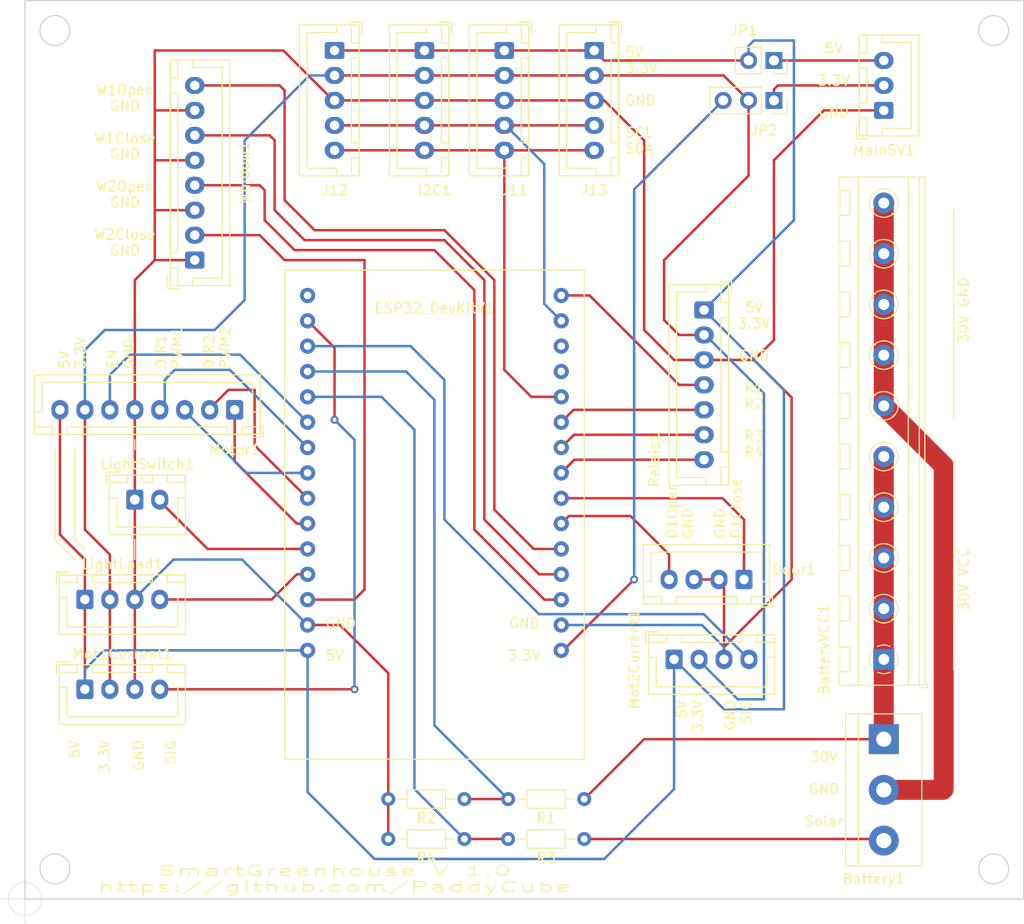
<source format=kicad_pcb>
(kicad_pcb (version 20211014) (generator pcbnew)
  (layers (0 "F.Cu" signal) (31 "B.Cu" signal) (34 "B.Paste" user) (35 "F.Paste" user) (36 "B.SilkS" user "B.Silkscreen") (37 "F.SilkS" user "F.Silkscreen") (38 "B.Mask" user) (39 "F.Mask" user) (44 "Edge.Cuts" user))
  (net 0 "")
  (net 1 "Window1_open")
  (net 2 "GND")
  (net 3 "Window1_closed")
  (net 4 "Window2_open")
  (net 5 "Window2_closed")
  (net 6 "SDA")
  (net 7 "SCL")
  (net 8 "3.3V")
  (net 9 "5V")
  (net 10 "Motor1_DIR")
  (net 11 "Motor1_PWM")
  (net 12 "Motor2_DIR")
  (net 13 "Motor2_PWM")
  (net 14 "Motor1_Current")
  (net 15 "Door_open")
  (net 16 "Relais4")
  (net 17 "Relais3")
  (net 18 "Relais2")
  (net 19 "Relais1")
  (net 20 "Motor2_Current")
  (net 21 "MAIN_GND")
  (net 22 "MAIN_VCC")
  (net 23 "LightSwitch")
  (net 24 "LightTrigger")
  (net 25 "BatterySense")
  (net 26 "SolarSense")
  (net 27 "Door_closed")
  (net 28 "3V_ESP")
  (net 29 "3V_ext")
  (net 30 "MotorEnable")
  (net 31 "Net-(Battery1-Pad3)")
  (net 35 "Net-(JP1-Pad1)")
  (footprint "Connector_JST:JST_XH_B8B-XH-A_1x08_P2.50mm_Vertical" (layer "F.Cu") (at 120 81 90)
    (fp_text reference "Window1" (at 8.75 5 90) (layer "F.SilkS"))
    (fp_text value "Windows")
    (pad "1" thru_hole roundrect locked (at 0 0 90) (size 1.7 1.95) (drill 0.95) (layers *.Cu *.Mask) (roundrect_rratio 0.1470588235) (net 2 "GND"))
    (pad "2" thru_hole oval locked (at 2.5 0 90) (size 1.7 1.95) (drill 0.95) (layers *.Cu *.Mask) (net 5 "Window2_closed"))
    (pad "3" thru_hole oval locked (at 5 0 90) (size 1.7 1.95) (drill 0.95) (layers *.Cu *.Mask) (net 2 "GND"))
    (pad "4" thru_hole oval locked (at 7.5 0 90) (size 1.7 1.95) (drill 0.95) (layers *.Cu *.Mask) (net 4 "Window2_open"))
    (pad "5" thru_hole oval locked (at 10 0 90) (size 1.7 1.95) (drill 0.95) (layers *.Cu *.Mask) (net 2 "GND"))
    (pad "6" thru_hole oval locked (at 12.5 0 90) (size 1.7 1.95) (drill 0.95) (layers *.Cu *.Mask) (net 3 "Window1_closed"))
    (pad "7" thru_hole oval locked (at 15 0 90) (size 1.7 1.95) (drill 0.95) (layers *.Cu *.Mask) (net 2 "GND"))
    (pad "8" thru_hole oval locked (at 17.5 0 90) (size 1.7 1.95) (drill 0.95) (layers *.Cu *.Mask) (net 1 "Window1_open"))
  )
  (footprint "Connector_JST:JST_XH_B5B-XH-A_1x05_P2.50mm_Vertical" (layer "F.Cu") (at 143 60 -90)
    (fp_text reference "I2C1" (at 14 -1 180) (layer "F.SilkS"))
    (fp_text value "I2C-BME")
    (pad "1" thru_hole roundrect locked (at 0 0 270) (size 1.7 1.95) (drill 0.95) (layers *.Cu *.Mask) (roundrect_rratio 0.1470588235) (net 9 "5V"))
    (pad "2" thru_hole oval locked (at 2.5 0 270) (size 1.7 1.95) (drill 0.95) (layers *.Cu *.Mask) (net 8 "3.3V"))
    (pad "3" thru_hole oval locked (at 5 0 270) (size 1.7 1.95) (drill 0.95) (layers *.Cu *.Mask) (net 2 "GND"))
    (pad "4" thru_hole oval locked (at 7.5 0 270) (size 1.7 1.95) (drill 0.95) (layers *.Cu *.Mask) (net 7 "SCL"))
    (pad "5" thru_hole oval locked (at 10 0 270) (size 1.7 1.95) (drill 0.95) (layers *.Cu *.Mask) (net 6 "SDA"))
  )
  (footprint "Connector_JST:JST_XH_B8B-XH-A_1x08_P2.50mm_Vertical" (layer "F.Cu") (at 124 96 180)
    (fp_text reference "Motor1" (at 0 -4) (layer "F.SilkS"))
    (fp_text value "LM298N")
    (pad "1" thru_hole roundrect locked (at 0 0 180) (size 1.7 1.95) (drill 0.95) (layers *.Cu *.Mask) (roundrect_rratio 0.1470588235) (net 13 "Motor2_PWM"))
    (pad "2" thru_hole oval locked (at 2.5 0 180) (size 1.7 1.95) (drill 0.95) (layers *.Cu *.Mask) (net 12 "Motor2_DIR"))
    (pad "3" thru_hole oval locked (at 5 0 180) (size 1.7 1.95) (drill 0.95) (layers *.Cu *.Mask) (net 11 "Motor1_PWM"))
    (pad "4" thru_hole oval locked (at 7.5 0 180) (size 1.7 1.95) (drill 0.95) (layers *.Cu *.Mask) (net 10 "Motor1_DIR"))
    (pad "5" thru_hole oval locked (at 10 0 180) (size 1.7 1.95) (drill 0.95) (layers *.Cu *.Mask) (net 2 "GND"))
    (pad "6" thru_hole oval locked (at 12.5 0 180) (size 1.7 1.95) (drill 0.95) (layers *.Cu *.Mask) (net 30 "MotorEnable"))
    (pad "7" thru_hole oval locked (at 15 0 180) (size 1.7 1.95) (drill 0.95) (layers *.Cu *.Mask) (net 8 "3.3V"))
    (pad "8" thru_hole oval locked (at 17.5 0 180) (size 1.7 1.95) (drill 0.95) (layers *.Cu *.Mask) (net 9 "5V"))
  )
  (footprint "Connector_JST:JST_XH_B4B-XH-A_1x04_P2.50mm_Vertical" (layer "F.Cu") (at 109 124)
    (fp_text reference "Mot1Current1" (at 3.75 -3.55) (layer "F.SilkS"))
    (fp_text value "Analog Motorstrom, VCC")
    (pad "1" thru_hole roundrect locked (at 0 0) (size 1.7 1.95) (drill 0.95) (layers *.Cu *.Mask) (roundrect_rratio 0.1470588235) (net 9 "5V"))
    (pad "2" thru_hole oval locked (at 2.5 0) (size 1.7 1.95) (drill 0.95) (layers *.Cu *.Mask) (net 8 "3.3V"))
    (pad "3" thru_hole oval locked (at 5 0) (size 1.7 1.95) (drill 0.95) (layers *.Cu *.Mask) (net 2 "GND"))
    (pad "4" thru_hole oval locked (at 7.5 0) (size 1.7 1.95) (drill 0.95) (layers *.Cu *.Mask) (net 14 "Motor1_Current"))
  )
  (footprint "Connector_JST:JST_XH_B4B-XH-A_1x04_P2.50mm_Vertical" (layer "F.Cu") (at 175 113 180)
    (fp_text reference "Door1" (at -5 1) (layer "F.SilkS"))
    (fp_text value "DoorSwitch")
    (pad "1" thru_hole roundrect locked (at 0 0 180) (size 1.7 1.95) (drill 0.95) (layers *.Cu *.Mask) (roundrect_rratio 0.1470588235) (net 15 "Door_open"))
    (pad "2" thru_hole oval locked (at 2.5 0 180) (size 1.7 1.95) (drill 0.95) (layers *.Cu *.Mask) (net 2 "GND"))
    (pad "3" thru_hole oval locked (at 5 0 180) (size 1.7 1.95) (drill 0.95) (layers *.Cu *.Mask) (net 2 "GND"))
    (pad "4" thru_hole oval locked (at 7.5 0 180) (size 1.7 1.95) (drill 0.95) (layers *.Cu *.Mask) (net 27 "Door_closed"))
  )
  (footprint "Connector_JST:JST_XH_B7B-XH-A_1x07_P2.50mm_Vertical" (layer "F.Cu") (at 171 86 -90)
    (fp_text reference "Relais1" (at 15 5 90) (layer "F.SilkS"))
    (fp_text value "Relaisboard")
    (pad "1" thru_hole roundrect locked (at 0 0 270) (size 1.7 1.95) (drill 0.95) (layers *.Cu *.Mask) (roundrect_rratio 0.1470588235) (net 9 "5V"))
    (pad "2" thru_hole oval locked (at 2.5 0 270) (size 1.7 1.95) (drill 0.95) (layers *.Cu *.Mask) (net 8 "3.3V"))
    (pad "3" thru_hole oval locked (at 5 0 270) (size 1.7 1.95) (drill 0.95) (layers *.Cu *.Mask) (net 2 "GND"))
    (pad "4" thru_hole oval locked (at 7.5 0 270) (size 1.7 1.95) (drill 0.95) (layers *.Cu *.Mask) (net 19 "Relais1"))
    (pad "5" thru_hole oval locked (at 10 0 270) (size 1.7 1.95) (drill 0.95) (layers *.Cu *.Mask) (net 18 "Relais2"))
    (pad "6" thru_hole oval locked (at 12.5 0 270) (size 1.7 1.95) (drill 0.95) (layers *.Cu *.Mask) (net 17 "Relais3"))
    (pad "7" thru_hole oval locked (at 15 0 270) (size 1.7 1.95) (drill 0.95) (layers *.Cu *.Mask) (net 16 "Relais4"))
  )
  (footprint "Connector_JST:JST_XH_B4B-XH-A_1x04_P2.50mm_Vertical" (layer "F.Cu") (at 168 121)
    (fp_text reference "Mot2Current1" (at -4 0 90) (layer "F.SilkS"))
    (fp_text value "Analog Motorstrom, VCC")
    (pad "1" thru_hole roundrect locked (at 0 0) (size 1.7 1.95) (drill 0.95) (layers *.Cu *.Mask) (roundrect_rratio 0.1470588235) (net 9 "5V"))
    (pad "2" thru_hole oval locked (at 2.5 0) (size 1.7 1.95) (drill 0.95) (layers *.Cu *.Mask) (net 8 "3.3V"))
    (pad "3" thru_hole oval locked (at 5 0) (size 1.7 1.95) (drill 0.95) (layers *.Cu *.Mask) (net 2 "GND"))
    (pad "4" thru_hole oval locked (at 7.5 0) (size 1.7 1.95) (drill 0.95) (layers *.Cu *.Mask) (net 20 "Motor2_Current"))
  )
  (footprint "TerminalBlock:TerminalBlock_bornier-3_P5.08mm" (layer "F.Cu") (at 189 129 -90)
    (fp_text reference "Battery1" (at 14 1 180) (layer "F.SilkS"))
    (fp_text value "MAIN")
    (pad "1" thru_hole rect locked (at 0 0 270) (size 3 3) (drill 1.52) (layers *.Cu *.Mask) (net 22 "MAIN_VCC"))
    (pad "2" thru_hole circle locked (at 5.08 0 270) (size 3 3) (drill 1.52) (layers *.Cu *.Mask) (net 21 "MAIN_GND"))
    (pad "3" thru_hole circle locked (at 10.16 0 270) (size 3 3) (drill 1.52) (layers *.Cu *.Mask) (net 31 "Net-(Battery1-Pad3)"))
  )
  (footprint "Connector_JST:JST_XH_B2B-XH-A_1x02_P2.50mm_Vertical" (layer "F.Cu") (at 114 105)
    (fp_text reference "LightSwitch1" (at 1.25 -3.55) (layer "F.SilkS"))
    (fp_text value "Light_switch")
    (pad "1" thru_hole roundrect locked (at 0 0) (size 1.7 2) (drill 1) (layers *.Cu *.Mask) (roundrect_rratio 0.1470588235) (net 2 "GND"))
    (pad "2" thru_hole oval locked (at 2.5 0) (size 1.7 2) (drill 1) (layers *.Cu *.Mask) (net 23 "LightSwitch"))
  )
  (footprint "Connector_JST:JST_XH_B4B-XH-A_1x04_P2.50mm_Vertical" (layer "F.Cu") (at 109 115)
    (fp_text reference "LightLoad1" (at 3.75 -3.55) (layer "F.SilkS"))
    (fp_text value "LightLoad")
    (pad "1" thru_hole roundrect locked (at 0 0) (size 1.7 1.95) (drill 0.95) (layers *.Cu *.Mask) (roundrect_rratio 0.1470588235) (net 9 "5V"))
    (pad "2" thru_hole oval locked (at 2.5 0) (size 1.7 1.95) (drill 0.95) (layers *.Cu *.Mask) (net 8 "3.3V"))
    (pad "3" thru_hole oval locked (at 5 0) (size 1.7 1.95) (drill 0.95) (layers *.Cu *.Mask) (net 2 "GND"))
    (pad "4" thru_hole oval locked (at 7.5 0) (size 1.7 1.95) (drill 0.95) (layers *.Cu *.Mask) (net 24 "LightTrigger"))
  )
  (footprint "Connector_JST:JST_XH_B5B-XH-A_1x05_P2.50mm_Vertical" (layer "F.Cu") (at 151 60 -90)
    (fp_text reference "J11" (at 14 -1 180) (layer "F.SilkS"))
    (fp_text value "I2C-BME")
    (pad "1" thru_hole roundrect locked (at 0 0 270) (size 1.7 1.95) (drill 0.95) (layers *.Cu *.Mask) (roundrect_rratio 0.1470588235) (net 9 "5V"))
    (pad "2" thru_hole oval locked (at 2.5 0 270) (size 1.7 1.95) (drill 0.95) (layers *.Cu *.Mask) (net 8 "3.3V"))
    (pad "3" thru_hole oval locked (at 5 0 270) (size 1.7 1.95) (drill 0.95) (layers *.Cu *.Mask) (net 2 "GND"))
    (pad "4" thru_hole oval locked (at 7.5 0 270) (size 1.7 1.95) (drill 0.95) (layers *.Cu *.Mask) (net 7 "SCL"))
    (pad "5" thru_hole oval locked (at 10 0 270) (size 1.7 1.95) (drill 0.95) (layers *.Cu *.Mask) (net 6 "SDA"))
  )
  (footprint "Connector_JST:JST_XH_B5B-XH-A_1x05_P2.50mm_Vertical" (layer "F.Cu") (at 134 60 -90)
    (fp_text reference "J12" (at 14 0 180) (layer "F.SilkS"))
    (fp_text value "I2C-BME")
    (pad "1" thru_hole roundrect locked (at 0 0 270) (size 1.7 1.95) (drill 0.95) (layers *.Cu *.Mask) (roundrect_rratio 0.1470588235) (net 9 "5V"))
    (pad "2" thru_hole oval locked (at 2.5 0 270) (size 1.7 1.95) (drill 0.95) (layers *.Cu *.Mask) (net 8 "3.3V"))
    (pad "3" thru_hole oval locked (at 5 0 270) (size 1.7 1.95) (drill 0.95) (layers *.Cu *.Mask) (net 2 "GND"))
    (pad "4" thru_hole oval locked (at 7.5 0 270) (size 1.7 1.95) (drill 0.95) (layers *.Cu *.Mask) (net 7 "SCL"))
    (pad "5" thru_hole oval locked (at 10 0 270) (size 1.7 1.95) (drill 0.95) (layers *.Cu *.Mask) (net 6 "SDA"))
  )
  (footprint "Connector_JST:JST_XH_B5B-XH-A_1x05_P2.50mm_Vertical" (layer "F.Cu") (at 160 60 -90)
    (fp_text reference "J13" (at 14 0 180) (layer "F.SilkS"))
    (fp_text value "I2C-BME")
    (pad "1" thru_hole roundrect locked (at 0 0 270) (size 1.7 1.95) (drill 0.95) (layers *.Cu *.Mask) (roundrect_rratio 0.1470588235) (net 9 "5V"))
    (pad "2" thru_hole oval locked (at 2.5 0 270) (size 1.7 1.95) (drill 0.95) (layers *.Cu *.Mask) (net 8 "3.3V"))
    (pad "3" thru_hole oval locked (at 5 0 270) (size 1.7 1.95) (drill 0.95) (layers *.Cu *.Mask) (net 2 "GND"))
    (pad "4" thru_hole oval locked (at 7.5 0 270) (size 1.7 1.95) (drill 0.95) (layers *.Cu *.Mask) (net 7 "SCL"))
    (pad "5" thru_hole oval locked (at 10 0 270) (size 1.7 1.95) (drill 0.95) (layers *.Cu *.Mask) (net 6 "SDA"))
  )
  (footprint "Connector_JST:JST_XH_B3B-XH-A_1x03_P2.50mm_Vertical" (layer "F.Cu") (at 189 66 90)
    (fp_text reference "Main5V1" (at -4 0 180) (layer "F.SilkS"))
    (fp_text value "Main 5V")
    (pad "1" thru_hole roundrect locked (at 0 0 90) (size 1.7 1.95) (drill 0.95) (layers *.Cu *.Mask) (roundrect_rratio 0.1470588235) (net 2 "GND"))
    (pad "2" thru_hole oval locked (at 2.5 0 90) (size 1.7 1.95) (drill 0.95) (layers *.Cu *.Mask) (net 29 "3V_ext"))
    (pad "3" thru_hole oval locked (at 5 0 90) (size 1.7 1.95) (drill 0.95) (layers *.Cu *.Mask) (net 35 "Net-(JP1-Pad1)"))
  )
  (footprint "TerminalBlock_RND:TerminalBlock_RND_205-00240_1x10_P5.08mm_Horizontal" (layer "F.Cu") (at 189 121 90)
    (fp_text reference "BatteryVCC1" (at 1 -6 90) (layer "F.SilkS"))
    (fp_text value "MAIN_VCC")
    (pad "1" thru_hole rect locked (at 0 0 90) (size 2.1 2.1) (drill 1.1) (layers *.Cu *.Mask) (net 22 "MAIN_VCC"))
    (pad "2" thru_hole circle locked (at 5.08 0 90) (size 2.1 2.1) (drill 1.1) (layers *.Cu *.Mask) (net 22 "MAIN_VCC"))
    (pad "3" thru_hole circle locked (at 10.16 0 90) (size 2.1 2.1) (drill 1.1) (layers *.Cu *.Mask) (net 22 "MAIN_VCC"))
    (pad "4" thru_hole circle locked (at 15.24 0 90) (size 2.1 2.1) (drill 1.1) (layers *.Cu *.Mask) (net 22 "MAIN_VCC"))
    (pad "5" thru_hole circle locked (at 20.32 0 90) (size 2.1 2.1) (drill 1.1) (layers *.Cu *.Mask) (net 22 "MAIN_VCC"))
    (pad "6" thru_hole circle locked (at 25.4 0 90) (size 2.1 2.1) (drill 1.1) (layers *.Cu *.Mask) (net 21 "MAIN_GND"))
    (pad "7" thru_hole circle locked (at 30.48 0 90) (size 2.1 2.1) (drill 1.1) (layers *.Cu *.Mask) (net 21 "MAIN_GND"))
    (pad "8" thru_hole circle locked (at 35.56 0 90) (size 2.1 2.1) (drill 1.1) (layers *.Cu *.Mask) (net 21 "MAIN_GND"))
    (pad "9" thru_hole circle locked (at 40.64 0 90) (size 2.1 2.1) (drill 1.1) (layers *.Cu *.Mask) (net 21 "MAIN_GND"))
    (pad "10" thru_hole circle locked (at 45.72 0 90) (size 2.1 2.1) (drill 1.1) (layers *.Cu *.Mask) (net 21 "MAIN_GND"))
  )
  (footprint "Resistor_THT:R_Axial_DIN0204_L3.6mm_D1.6mm_P7.62mm_Horizontal" (layer "F.Cu") (at 159 135 180)
    (fp_text reference "R1" (at 3.81 -1.92) (layer "F.SilkS"))
    (fp_text value "10K")
    (pad "1" thru_hole circle locked (at 0 0 180) (size 1.4 1.4) (drill 0.7) (layers *.Cu *.Mask) (net 22 "MAIN_VCC"))
    (pad "2" thru_hole oval locked (at 7.62 0 180) (size 1.4 1.4) (drill 0.7) (layers *.Cu *.Mask) (net 25 "BatterySense"))
  )
  (footprint "Resistor_THT:R_Axial_DIN0204_L3.6mm_D1.6mm_P7.62mm_Horizontal" (layer "F.Cu") (at 147 135 180)
    (fp_text reference "R2" (at 3.81 -1.92) (layer "F.SilkS"))
    (fp_text value "1K")
    (pad "1" thru_hole circle locked (at 0 0 180) (size 1.4 1.4) (drill 0.7) (layers *.Cu *.Mask) (net 25 "BatterySense"))
    (pad "2" thru_hole oval locked (at 7.62 0 180) (size 1.4 1.4) (drill 0.7) (layers *.Cu *.Mask) (net 2 "GND"))
  )
  (footprint "Resistor_THT:R_Axial_DIN0204_L3.6mm_D1.6mm_P7.62mm_Horizontal" (layer "F.Cu") (at 159 139 180)
    (fp_text reference "R3" (at 3.81 -1.92) (layer "F.SilkS"))
    (fp_text value "10K")
    (pad "1" thru_hole circle locked (at 0 0 180) (size 1.4 1.4) (drill 0.7) (layers *.Cu *.Mask) (net 31 "Net-(Battery1-Pad3)"))
    (pad "2" thru_hole oval locked (at 7.62 0 180) (size 1.4 1.4) (drill 0.7) (layers *.Cu *.Mask) (net 26 "SolarSense"))
  )
  (footprint "Resistor_THT:R_Axial_DIN0204_L3.6mm_D1.6mm_P7.62mm_Horizontal" (layer "F.Cu") (at 147 139 180)
    (fp_text reference "R4" (at 3.81 -1.92) (layer "F.SilkS"))
    (fp_text value "1K")
    (pad "1" thru_hole circle locked (at 0 0 180) (size 1.4 1.4) (drill 0.7) (layers *.Cu *.Mask) (net 26 "SolarSense"))
    (pad "2" thru_hole oval locked (at 7.62 0 180) (size 1.4 1.4) (drill 0.7) (layers *.Cu *.Mask) (net 2 "GND"))
  )
  (footprint "greenhouse:ESP32-DOIT-DEVKIT" (layer "F.Cu") (at 144 82)
    (fp_text reference "ESP32_DevKitV1" (at 0 3.81) (layer "F.SilkS"))
    (fp_text value "ESP32-WROOM-32")
    (pad "1" thru_hole circle locked (at -12.7 2.54) (size 1.524 1.524) (drill 0.762) (layers *.Cu *.Mask))
    (pad "2" thru_hole circle locked (at -12.7 5.08) (size 1.524 1.524) (drill 0.762) (layers *.Cu *.Mask) (net 14 "Motor1_Current"))
    (pad "3" thru_hole circle locked (at -12.7 7.62) (size 1.524 1.524) (drill 0.762) (layers *.Cu *.Mask) (net 20 "Motor2_Current"))
    (pad "4" thru_hole circle locked (at -12.7 10.16) (size 1.524 1.524) (drill 0.762) (layers *.Cu *.Mask) (net 25 "BatterySense"))
    (pad "5" thru_hole circle locked (at -12.7 12.7) (size 1.524 1.524) (drill 0.762) (layers *.Cu *.Mask) (net 26 "SolarSense"))
    (pad "6" thru_hole circle locked (at -12.7 15.24) (size 1.524 1.524) (drill 0.762) (layers *.Cu *.Mask) (net 30 "MotorEnable"))
    (pad "7" thru_hole circle locked (at -12.7 17.78) (size 1.524 1.524) (drill 0.762) (layers *.Cu *.Mask) (net 10 "Motor1_DIR"))
    (pad "8" thru_hole circle locked (at -12.7 20.32) (size 1.524 1.524) (drill 0.762) (layers *.Cu *.Mask) (net 11 "Motor1_PWM"))
    (pad "9" thru_hole circle locked (at -12.7 22.86) (size 1.524 1.524) (drill 0.762) (layers *.Cu *.Mask) (net 12 "Motor2_DIR"))
    (pad "10" thru_hole circle locked (at -12.7 25.4) (size 1.524 1.524) (drill 0.762) (layers *.Cu *.Mask) (net 13 "Motor2_PWM"))
    (pad "11" thru_hole circle locked (at -12.7 27.94) (size 1.524 1.524) (drill 0.762) (layers *.Cu *.Mask) (net 23 "LightSwitch"))
    (pad "12" thru_hole circle locked (at -12.7 30.48) (size 1.524 1.524) (drill 0.762) (layers *.Cu *.Mask) (net 24 "LightTrigger"))
    (pad "13" thru_hole circle locked (at -12.7 33.02) (size 1.524 1.524) (drill 0.762) (layers *.Cu *.Mask) (net 5 "Window2_closed"))
    (pad "17" thru_hole circle locked (at 12.7 35.56) (size 1.524 1.524) (drill 0.762) (layers *.Cu *.Mask) (net 2 "GND"))
    (pad "17" thru_hole circle locked (at -12.7 35.56) (size 1.524 1.524) (drill 0.762) (layers *.Cu *.Mask) (net 2 "GND"))
    (pad "18" thru_hole circle locked (at -12.7 38.1) (size 1.524 1.524) (drill 0.762) (layers *.Cu *.Mask) (net 9 "5V"))
    (pad "19" thru_hole circle locked (at 12.7 38.1) (size 1.524 1.524) (drill 0.762) (layers *.Cu *.Mask) (net 28 "3V_ESP"))
    (pad "24" thru_hole circle locked (at 12.7 33.02) (size 1.524 1.524) (drill 0.762) (layers *.Cu *.Mask) (net 4 "Window2_open"))
    (pad "25" thru_hole circle locked (at 12.7 30.48) (size 1.524 1.524) (drill 0.762) (layers *.Cu *.Mask) (net 3 "Window1_closed"))
    (pad "26" thru_hole circle locked (at 12.7 27.94) (size 1.524 1.524) (drill 0.762) (layers *.Cu *.Mask) (net 1 "Window1_open"))
    (pad "27" thru_hole circle locked (at 12.7 25.4) (size 1.524 1.524) (drill 0.762) (layers *.Cu *.Mask) (net 27 "Door_closed"))
    (pad "28" thru_hole circle locked (at 12.7 22.86) (size 1.524 1.524) (drill 0.762) (layers *.Cu *.Mask) (net 15 "Door_open"))
    (pad "29" thru_hole circle locked (at 12.7 20.32) (size 1.524 1.524) (drill 0.762) (layers *.Cu *.Mask) (net 16 "Relais4"))
    (pad "30" thru_hole circle locked (at 12.7 17.78) (size 1.524 1.524) (drill 0.762) (layers *.Cu *.Mask) (net 17 "Relais3"))
    (pad "31" thru_hole circle locked (at 12.7 15.24) (size 1.524 1.524) (drill 0.762) (layers *.Cu *.Mask) (net 18 "Relais2"))
    (pad "32" thru_hole circle locked (at 12.7 12.7) (size 1.524 1.524) (drill 0.762) (layers *.Cu *.Mask) (net 6 "SDA"))
    (pad "33" thru_hole circle locked (at 12.7 10.16) (size 1.524 1.524) (drill 0.762) (layers *.Cu *.Mask))
    (pad "34" thru_hole circle locked (at 12.7 7.62) (size 1.524 1.524) (drill 0.762) (layers *.Cu *.Mask))
    (pad "35" thru_hole circle locked (at 12.7 5.08) (size 1.524 1.524) (drill 0.762) (layers *.Cu *.Mask) (net 7 "SCL"))
    (pad "36" thru_hole circle locked (at 12.7 2.54) (size 1.524 1.524) (drill 0.762) (layers *.Cu *.Mask) (net 19 "Relais1"))
  )
  (footprint "Connector_PinSocket_2.54mm:PinSocket_1x02_P2.54mm_Vertical" (layer "F.Cu") (at 178 61 -90)
    (fp_text reference "JP1" (at -3 3 180) (layer "F.SilkS"))
    (fp_text value "Jumper_Mains")
    (pad "1" thru_hole rect locked (at 0 0 270) (size 1.7 1.7) (drill 1) (layers *.Cu *.Mask) (net 35 "Net-(JP1-Pad1)"))
    (pad "2" thru_hole oval locked (at 0 2.54 270) (size 1.7 1.7) (drill 1) (layers *.Cu *.Mask) (net 9 "5V"))
  )
  (footprint "Connector_PinSocket_2.54mm:PinSocket_1x03_P2.54mm_Vertical" (layer "F.Cu") (at 178 65 -90)
    (fp_text reference "JP2" (at 3 1 180) (layer "F.SilkS"))
    (fp_text value "Jumper_3v_ext")
    (pad "1" thru_hole rect locked (at 0 0 270) (size 1.7 1.7) (drill 1) (layers *.Cu *.Mask) (net 29 "3V_ext"))
    (pad "2" thru_hole oval locked (at 0 2.54 270) (size 1.7 1.7) (drill 1) (layers *.Cu *.Mask) (net 8 "3.3V"))
    (pad "3" thru_hole oval locked (at 0 5.08 270) (size 1.7 1.7) (drill 1) (layers *.Cu *.Mask) (net 28 "3V_ESP"))
  )
  (gr_line (start 159 82) (end 129 82) (layer "F.SilkS") (width 0.12))
  (gr_line (start 129 82) (end 129 131) (layer "F.SilkS") (width 0.12))
  (gr_line (start 106 100) (end 106 108) (layer "F.SilkS") (width 0.12))
  (gr_line (start 108 109) (end 109 110) (layer "F.SilkS") (width 0.12))
  (gr_line (start 108 100) (end 108 109) (layer "F.SilkS") (width 0.12))
  (gr_line (start 196 101) (end 196 122) (layer "F.SilkS") (width 0.12))
  (gr_line (start 106 108) (end 106 109) (layer "F.SilkS") (width 0.12))
  (gr_line (start 106 109) (end 108 111) (layer "F.SilkS") (width 0.12))
  (gr_line (start 159 131) (end 159 82) (layer "F.SilkS") (width 0.12))
  (gr_line (start 114 99) (end 114 100) (layer "F.SilkS") (width 0.12))
  (gr_line (start 196 93) (end 196 97) (layer "F.SilkS") (width 0.12))
  (gr_line (start 129 131) (end 159 131) (layer "F.SilkS") (width 0.12))
  (gr_line (start 114 109) (end 114 111) (layer "F.SilkS") (width 0.12))
  (gr_line (start 196 76) (end 196 93) (layer "F.SilkS") (width 0.12))
  (gr_line (start 103 55) (end 103 145) (layer "Edge.Cuts") (width 0.12))
  (gr_line (start 203 55) (end 203 145) (layer "Edge.Cuts") (width 0.12))
  (gr_line (start 203 145) (end 103 145) (layer "Edge.Cuts") (width 0.12))
  (gr_circle (center 200 142) (end 201.5 142) (layer "Edge.Cuts") (width 0.12) (fill none))
  (gr_line (start 103 55) (end 203 55) (layer "Edge.Cuts") (width 0.12))
  (gr_circle (center 106 58) (end 107.5 58) (layer "Edge.Cuts") (width 0.12) (fill none))
  (gr_circle (center 200 58) (end 201.5 58) (layer "Edge.Cuts") (width 0.12) (fill none))
  (gr_circle (center 106 142) (end 107.5 142) (layer "Edge.Cuts") (width 0.12) (fill none))
  (gr_text "5V\n3.3V\n\nEN\nGND\n\nDIR1\nPWM1\n\nDIR2\nPWM2" (at 115 92 90) (layer "F.SilkS") (effects (font (size 1 1)) (justify left)))
  (gr_text "5V\n\n3.3V\n\nGND" (at 184 63) (layer "F.SilkS") (effects (font (size 1 1))))
  (gr_text "5V" (at 108 129 90) (layer "F.SilkS") (effects (font (size 1 1)) (justify right)))
  (gr_text "5V\n3.3V\n\nGND\n\nR1\nR2\n\nR3\nR4" (at 176 93) (layer "F.SilkS") (effects (font (size 1 1))))
  (gr_text "30V GND" (at 197 86 90) (layer "F.SilkS") (effects (font (size 1 1))))
  (gr_text "3.3V" (at 111 129 90) (layer "F.SilkS") (effects (font (size 1 1)) (justify right)))
  (gr_text "D1Open\nGND\n\nGND\nD1Close" (at 171 109 90) (layer "F.SilkS") (effects (font (size 1 1)) (justify left)))
  (gr_text "SmartGreenhouse V 1.0\nhttps://github.com/PaddyCube" (at 134 143) (layer "F.SilkS") (effects (font (size 1 2))))
  (gr_text "GND\n\n5V" (at 133 119) (layer "F.SilkS") (effects (font (size 1 1)) (justify left)))
  (gr_text "30V\n\nGND\n\nSolar" (at 183 134) (layer "F.SilkS") (effects (font (size 1 1))))
  (gr_text "GND\n\nSIG" (at 116 129 90) (layer "F.SilkS") (effects (font (size 1 1)) (justify right)))
  (gr_text "W1Open\nGND\n\nW1Close\nGND\n\nW2Open\nGND\n\nW2Close\nGND" (at 113 72) (layer "F.SilkS") (effects (font (size 1 1))))
  (gr_text "5V\n3.3V\n\nGND\n\nSCL\nSDA" (at 163 65) (layer "F.SilkS") (effects (font (size 1 1)) (justify left)))
  (gr_text "GND\n\n3.3V" (at 153 119) (layer "F.SilkS") (effects (font (size 1 1))))
  (gr_text "5V\n3.3V\n\nGND\nSIG" (at 172 125 90) (layer "F.SilkS") (effects (font (size 1 1)) (justify right)))
  (gr_text "30V VCC" (at 197 113 90) (layer "F.SilkS") (effects (font (size 1 1))))
  (target plus (at 103 145) (size 5) (width 0.05) (layer "Edge.Cuts"))
  (segment (start 128.5 63.5) (end 129 64) (width 0.25) (layer "F.Cu") (net 1))
  (segment (start 129 75) (end 132 78) (width 0.25) (layer "F.Cu") (net 1))
  (segment (start 132 78) (end 145 78) (width 0.25) (layer "F.Cu") (net 1))
  (segment (start 129 64) (end 129 75) (width 0.25) (layer "F.Cu") (net 1))
  (segment (start 150 83) (end 150 106) (width 0.25) (layer "F.Cu") (net 1))
  (segment (start 153.94 109.94) (end 156.7 109.94) (width 0.25) (layer "F.Cu") (net 1))
  (segment (start 145 78) (end 150 83) (width 0.25) (layer "F.Cu") (net 1))
  (segment (start 120 63.5) (end 128.5 63.5) (width 0.25) (layer "F.Cu") (net 1))
  (segment (start 150 106) (end 153.94 109.94) (width 0.25) (layer "F.Cu") (net 1))
  (segment (start 168 91) (end 171 91) (width 0.25) (layer "F.Cu") (net 2))
  (segment (start 189 66) (end 183 66) (width 0.25) (layer "F.Cu") (net 2))
  (segment (start 165 69) (end 165 88) (width 0.25) (layer "F.Cu") (net 2))
  (segment (start 116 60) (end 128.875 60) (width 0.25) (layer "F.Cu") (net 2))
  (segment (start 114 115) (end 114 124) (width 0.25) (layer "F.Cu") (net 2))
  (segment (start 179.775 94.775) (end 176 91) (width 0.25) (layer "F.Cu") (net 2))
  (segment (start 120 71) (end 116 71) (width 0.25) (layer "F.Cu") (net 2))
  (segment (start 120 76) (end 116 76) (width 0.25) (layer "F.Cu") (net 2))
  (segment (start 173 121) (end 173 119.775) (width 0.25) (layer "F.Cu") (net 2))
  (segment (start 131.3 117.56) (end 134.56 117.56) (width 0.25) (layer "F.Cu") (net 2))
  (segment (start 116 81) (end 120 81) (width 0.25) (layer "F.Cu") (net 2))
  (segment (start 151 65) (end 160 65) (width 0.25) (layer "F.Cu") (net 2))
  (segment (start 133.875 65) (end 134 65) (width 0.25) (layer "F.Cu") (net 2))
  (segment (start 116 66) (end 116 76) (width 0.25) (layer "F.Cu") (net 2))
  (segment (start 183 66) (end 178 71) (width 0.25) (layer "F.Cu") (net 2))
  (segment (start 178 71) (end 178 89) (width 0.25) (layer "F.Cu") (net 2))
  (segment (start 178 89) (end 176 91) (width 0.25) (layer "F.Cu") (net 2))
  (segment (start 114 115) (end 114 105) (width 0.25) (layer "F.Cu") (net 2))
  (segment (start 114 96) (end 114 83) (width 0.25) (layer "F.Cu") (net 2))
  (segment (start 173 119.775) (end 179.775 113) (width 0.25) (layer "F.Cu") (net 2))
  (segment (start 116 66) (end 116 60) (width 0.25) (layer "F.Cu") (net 2))
  (segment (start 173 113.5) (end 172.5 113) (width 0.25) (layer "F.Cu") (net 2))
  (segment (start 161 65) (end 165 69) (width 0.25) (layer "F.Cu") (net 2))
  (segment (start 165 88) (end 168 91) (width 0.25) (layer "F.Cu") (net 2))
  (segment (start 114 96) (end 114 105) (width 0.25) (layer "F.Cu") (net 2))
  (segment (start 116 76) (end 116 81) (width 0.25) (layer "F.Cu") (net 2))
  (segment (start 128.875 60) (end 133.875 65) (width 0.25) (layer "F.Cu") (net 2))
  (segment (start 160 65) (end 161 65) (width 0.25) (layer "F.Cu") (net 2))
  (segment (start 170 113) (end 172.5 113) (width 0.25) (layer "F.Cu") (net 2))
  (segment (start 139.38 122.38) (end 139.38 135) (width 0.25) (layer "F.Cu") (net 2))
  (segment (start 179.775 113) (end 179.775 94.775) (width 0.25) (layer "F.Cu") (net 2))
  (segment (start 114 83) (end 116 81) (width 0.25) (layer "F.Cu") (net 2))
  (segment (start 176 91) (end 171 91) (width 0.25) (layer "F.Cu") (net 2))
  (segment (start 173 121) (end 173 113.5) (width 0.25) (layer "F.Cu") (net 2))
  (segment (start 116 66) (end 120 66) (width 0.25) (layer "F.Cu") (net 2))
  (segment (start 134 65) (end 143 65) (width 0.25) (layer "F.Cu") (net 2))
  (segment (start 139.38 135) (end 139.38 139) (width 0.25) (layer "F.Cu") (net 2))
  (segment (start 134.56 117.56) (end 139.38 122.38) (width 0.25) (layer "F.Cu") (net 2))
  (segment (start 143 65) (end 151 65) (width 0.25) (layer "F.Cu") (net 2))
  (segment (start 124.74 111) (end 131.3 117.56) (width 0.25) (layer "B.Cu") (net 2))
  (segment (start 114 114.875) (end 114 115) (width 0.25) (layer "B.Cu") (net 2))
  (segment (start 156.7 117.56) (end 170.785 117.56) (width 0.25) (layer "B.Cu") (net 2))
  (segment (start 173 119.775) (end 170.785 117.56) (width 0.25) (layer "B.Cu") (net 2))
  (segment (start 173 121) (end 173 119.775) (width 0.25) (layer "B.Cu") (net 2))
  (segment (start 117.875 111) (end 114 114.875) (width 0.25) (layer "B.Cu") (net 2))
  (segment (start 117.875 111) (end 124.74 111) (width 0.25) (layer "B.Cu") (net 2))
  (segment (start 120 68.5) (end 127.5 68.5) (width 0.25) (layer "F.Cu") (net 3))
  (segment (start 131 79) (end 145 79) (width 0.25) (layer "F.Cu") (net 3))
  (segment (start 127.5 68.5) (end 128 69) (width 0.25) (layer "F.Cu") (net 3))
  (segment (start 149 107) (end 154.48 112.48) (width 0.25) (layer "F.Cu") (net 3))
  (segment (start 128 69) (end 128 76) (width 0.25) (layer "F.Cu") (net 3))
  (segment (start 149 83) (end 149 107) (width 0.25) (layer "F.Cu") (net 3))
  (segment (start 145 79) (end 149 83) (width 0.25) (layer "F.Cu") (net 3))
  (segment (start 128 76) (end 131 79) (width 0.25) (layer "F.Cu") (net 3))
  (segment (start 154.48 112.48) (end 156.063604 112.48) (width 0.25) (layer "F.Cu") (net 3))
  (segment (start 156.063604 112.48) (end 156.381802 112.161802) (width 0.25) (layer "F.Cu") (net 3))
  (segment (start 130 80) (end 144 80) (width 0.25) (layer "F.Cu") (net 4))
  (segment (start 148 84) (end 148 108) (width 0.25) (layer "F.Cu") (net 4))
  (segment (start 127 74) (end 127 77) (width 0.25) (layer "F.Cu") (net 4))
  (segment (start 127 77) (end 130 80) (width 0.25) (layer "F.Cu") (net 4))
  (segment (start 148 108) (end 155.02 115.02) (width 0.25) (layer "F.Cu") (net 4))
  (segment (start 144 80) (end 148 84) (width 0.25) (layer "F.Cu") (net 4))
  (segment (start 120 73.5) (end 126.5 73.5) (width 0.25) (layer "F.Cu") (net 4))
  (segment (start 155.02 115.02) (end 156.7 115.02) (width 0.25) (layer "F.Cu") (net 4))
  (segment (start 126.5 73.5) (end 127 74) (width 0.25) (layer "F.Cu") (net 4))
  (segment (start 129 81) (end 126.5 78.5) (width 0.25) (layer "F.Cu") (net 5))
  (segment (start 126.5 78.5) (end 120 78.5) (width 0.25) (layer "F.Cu") (net 5))
  (segment (start 135.98 115.02) (end 137 114) (width 0.25) (layer "F.Cu") (net 5))
  (segment (start 137 114) (end 137 81) (width 0.25) (layer "F.Cu") (net 5))
  (segment (start 131.3 115.02) (end 135.98 115.02) (width 0.25) (layer "F.Cu") (net 5))
  (segment (start 137 81) (end 129 81) (width 0.25) (layer "F.Cu") (net 5))
  (segment (start 151 92) (end 151 70) (width 0.25) (layer "F.Cu") (net 6))
  (segment (start 134 70) (end 160 70) (width 0.25) (layer "F.Cu") (net 6))
  (segment (start 153.7 94.7) (end 151 92) (width 0.25) (layer "F.Cu") (net 6))
  (segment (start 156.7 94.7) (end 153.7 94.7) (width 0.25) (layer "F.Cu") (net 6))
  (segment (start 134 67.5) (end 151 67.5) (width 0.25) (layer "F.Cu") (net 7))
  (segment (start 160 67.5) (end 151 67.5) (width 0.25) (layer "F.Cu") (net 7))
  (segment (start 155 85.38) (end 156.7 87.08) (width 0.25) (layer "B.Cu") (net 7))
  (segment (start 155 71.375) (end 155 85.38) (width 0.25) (layer "B.Cu") (net 7))
  (segment (start 151.125 67.5) (end 155 71.375) (width 0.25) (layer "B.Cu") (net 7))
  (segment (start 151 67.5) (end 151.125 67.5) (width 0.25) (layer "B.Cu") (net 7))
  (segment (start 167 81) (end 175.46 72.54) (width 0.25) (layer "F.Cu") (net 8))
  (segment (start 134 62.5) (end 143 62.5) (width 0.25) (layer "F.Cu") (net 8))
  (segment (start 111.5 115) (end 111.5 110.5) (width 0.25) (layer "F.Cu") (net 8))
  (segment (start 172.96 62.5) (end 175.46 65) (width 0.25) (layer "F.Cu") (net 8))
  (segment (start 109 108) (end 109 96) (width 0.25) (layer "F.Cu") (net 8))
  (segment (start 111.5 110.5) (end 109 108) (width 0.25) (layer "F.Cu") (net 8))
  (segment (start 167 87) (end 168.5 88.5) (width 0.25) (layer "F.Cu") (net 8))
  (segment (start 175.46 65) (end 175.46 72.54) (width 0.25) (layer "F.Cu") (net 8))
  (segment (start 151 62.5) (end 160 62.5) (width 0.25) (layer "F.Cu") (net 8))
  (segment (start 160 62.5) (end 172.96 62.5) (width 0.25) (layer "F.Cu") (net 8))
  (segment (start 111.5 124) (end 111.5 115) (width 0.25) (layer "F.Cu") (net 8))
  (segment (start 168.5 88.5) (end 171 88.5) (width 0.25) (layer "F.Cu") (net 8))
  (segment (start 143 62.5) (end 151 62.5) (width 0.25) (layer "F.Cu") (net 8))
  (segment (start 167 81) (end 167 87) (width 0.25) (layer "F.Cu") (net 8))
  (segment (start 109 90) (end 111 88) (width 0.25) (layer "B.Cu") (net 8))
  (segment (start 170.5 121.125) (end 174.375 125) (width 0.25) (layer "B.Cu") (net 8))
  (segment (start 125 69) (end 131.5 62.5) (width 0.25) (layer "B.Cu") (net 8))
  (segment (start 111 88) (end 122 88) (width 0.25) (layer "B.Cu") (net 8))
  (segment (start 122 88) (end 125 85) (width 0.25) (layer "B.Cu") (net 8))
  (segment (start 170.5 121) (end 170.5 121.125) (width 0.25) (layer "B.Cu") (net 8))
  (segment (start 177 125) (end 177 94.375) (width 0.25) (layer "B.Cu") (net 8))
  (segment (start 171.125 88.5) (end 171 88.5) (width 0.25) (layer "B.Cu") (net 8))
  (segment (start 109 96) (end 109 90) (width 0.25) (layer "B.Cu") (net 8))
  (segment (start 174.375 125) (end 177 125) (width 0.25) (layer "B.Cu") (net 8))
  (segment (start 177 94.375) (end 171.125 88.5) (width 0.25) (layer "B.Cu") (net 8))
  (segment (start 125 85) (end 125 69) (width 0.25) (layer "B.Cu") (net 8))
  (segment (start 131.5 62.5) (end 134 62.5) (width 0.25) (layer "B.Cu") (net 8))
  (segment (start 106.5 108.5) (end 106.5 96) (width 0.25) (layer "F.Cu") (net 9))
  (segment (start 109 111) (end 106.5 108.5) (width 0.25) (layer "F.Cu") (net 9))
  (segment (start 175.46 61) (end 161 61) (width 0.25) (layer "F.Cu") (net 9))
  (segment (start 160 60) (end 151 60) (width 0.25) (layer "F.Cu") (net 9))
  (segment (start 109 115) (end 109 111) (width 0.25) (layer "F.Cu") (net 9))
  (segment (start 161 61) (end 160 60) (width 0.25) (layer "F.Cu") (net 9))
  (segment (start 109 124) (end 109 115) (width 0.25) (layer "F.Cu") (net 9))
  (segment (start 143 60) (end 151 60) (width 0.25) (layer "F.Cu") (net 9))
  (segment (start 134 60) (end 143 60) (width 0.25) (layer "F.Cu") (net 9))
  (segment (start 138 141) (end 131.3 134.3) (width 0.25) (layer "B.Cu") (net 9))
  (segment (start 110.9 120.1) (end 131.3 120.1) (width 0.25) (layer "B.Cu") (net 9))
  (segment (start 175.46 59.54) (end 176 59) (width 0.25) (layer "B.Cu") (net 9))
  (segment (start 179 126) (end 173 126) (width 0.25) (layer "B.Cu") (net 9))
  (segment (start 173 126) (end 168 121) (width 0.25) (layer "B.Cu") (net 9))
  (segment (start 168 134) (end 161 141) (width 0.25) (layer "B.Cu") (net 9))
  (segment (start 109 124) (end 109 122) (width 0.25) (layer "B.Cu") (net 9))
  (segment (start 161 141) (end 138 141) (width 0.25) (layer "B.Cu") (net 9))
  (segment (start 179 94) (end 179 126) (width 0.25) (layer "B.Cu") (net 9))
  (segment (start 176 59) (end 180 59) (width 0.25) (layer "B.Cu") (net 9))
  (segment (start 175.46 61) (end 175.46 59.54) (width 0.25) (layer "B.Cu") (net 9))
  (segment (start 109 122) (end 110.9 120.1) (width 0.25) (layer "B.Cu") (net 9))
  (segment (start 168 121) (end 168 134) (width 0.25) (layer "B.Cu") (net 9))
  (segment (start 180 77) (end 171 86) (width 0.25) (layer "B.Cu") (net 9))
  (segment (start 171 86) (end 179 94) (width 0.25) (layer "B.Cu") (net 9))
  (segment (start 131.3 134.3) (end 131.3 120.1) (width 0.25) (layer "B.Cu") (net 9))
  (segment (start 180 59) (end 180 77) (width 0.25) (layer "B.Cu") (net 9))
  (segment (start 116.5 95.875) (end 117 95.375) (width 0.25) (layer "B.Cu") (net 10))
  (segment (start 117 95.375) (end 117 93) (width 0.25) (layer "B.Cu") (net 10))
  (segment (start 116.5 96) (end 116.5 95.875) (width 0.25) (layer "B.Cu") (net 10))
  (segment (start 118 92) (end 123.52 92) (width 0.25) (layer "B.Cu") (net 10))
  (segment (start 123.52 92) (end 131.3 99.78) (width 0.25) (layer "B.Cu") (net 10))
  (segment (start 117 93) (end 118 92) (width 0.25) (layer "B.Cu") (net 10))
  (segment (start 125.195 102.32) (end 119 96.125) (width 0.25) (layer "B.Cu") (net 11))
  (segment (start 119 96.125) (end 119 96) (width 0.25) (layer "B.Cu") (net 11))
  (segment (start 131.3 102.32) (end 125.195 102.32) (width 0.25) (layer "B.Cu") (net 11))
  (segment (start 121.5 96) (end 121.5 95.875) (width 0.25) (layer "F.Cu") (net 12))
  (segment (start 121.5 95.875) (end 123.375 94) (width 0.25) (layer "F.Cu") (net 12))
  (segment (start 126 94) (end 126 99.56) (width 0.25) (layer "F.Cu") (net 12))
  (segment (start 123.375 94) (end 126 94) (width 0.25) (layer "F.Cu") (net 12))
  (segment (start 126 99.56) (end 131.3 104.86) (width 0.25) (layer "F.Cu") (net 12))
  (segment (start 124 101.17763) (end 124 97.075) (width 0.25) (layer "F.Cu") (net 13))
  (segment (start 131.3 107.4) (end 130.22237 107.4) (width 0.25) (layer "F.Cu") (net 13))
  (segment (start 130.22237 107.4) (end 124 101.17763) (width 0.25) (layer "F.Cu") (net 13))
  (segment (start 124 97.075) (end 124 96) (width 0.25) (layer "F.Cu") (net 13))
  (segment (start 131.3 87.08) (end 134 89.78) (width 0.25) (layer "F.Cu") (net 14))
  (segment (start 116.5 124) (end 136 124) (width 0.25) (layer "F.Cu") (net 14))
  (segment (start 134 89.78) (end 134 97) (width 0.25) (layer "F.Cu") (net 14))
  (via (at 134 97) (size 0.8) (drill 0.4) (layers "F.Cu" "B.Cu") (net 14))
  (via (at 136 124) (size 0.8) (drill 0.4) (layers "F.Cu" "B.Cu") (net 14))
  (segment (start 136 99) (end 134 97) (width 0.25) (layer "B.Cu") (net 14))
  (segment (start 136 124) (end 136 99) (width 0.25) (layer "B.Cu") (net 14))
  (segment (start 172.86 104.86) (end 175 107) (width 0.25) (layer "F.Cu") (net 15))
  (segment (start 175 113) (end 175 107) (width 0.25) (layer "F.Cu") (net 15))
  (segment (start 156.7 104.86) (end 172.86 104.86) (width 0.25) (layer "F.Cu") (net 15))
  (segment (start 171 101) (end 158.02 101) (width 0.25) (layer "F.Cu") (net 16))
  (segment (start 158.02 101) (end 156.7 102.32) (width 0.25) (layer "F.Cu") (net 16))
  (segment (start 171 98.5) (end 157.98 98.5) (width 0.25) (layer "F.Cu") (net 17))
  (segment (start 157.98 98.5) (end 156.7 99.78) (width 0.25) (layer "F.Cu") (net 17))
  (segment (start 157.94 96) (end 156.7 97.24) (width 0.25) (layer "F.Cu") (net 18))
  (segment (start 171 96) (end 157.94 96) (width 0.25) (layer "F.Cu") (net 18))
  (segment (start 171 93.5) (end 168.5 93.5) (width 0.25) (layer "F.Cu") (net 19))
  (segment (start 168.5 93.5) (end 159.54 84.54) (width 0.25) (layer "F.Cu") (net 19))
  (segment (start 159.54 84.54) (end 156.7 84.54) (width 0.25) (layer "F.Cu") (net 19))
  (segment (start 154.473 116.473) (end 145 107) (width 0.25) (layer "B.Cu") (net 20))
  (segment (start 145 93) (end 141.62 89.62) (width 0.25) (layer "B.Cu") (net 20))
  (segment (start 175.5 121) (end 170.973 116.473) (width 0.25) (layer "B.Cu") (net 20))
  (segment (start 141.62 89.62) (end 131.3 89.62) (width 0.25) (layer "B.Cu") (net 20))
  (segment (start 145 107) (end 145 93) (width 0.25) (layer "B.Cu") (net 20))
  (segment (start 170.973 116.473) (end 154.473 116.473) (width 0.25) (layer "B.Cu") (net 20))
  (segment (start 189 95.6) (end 189 75.28) (width 2) (layer "F.Cu") (net 21))
  (segment (start 189 134.08) (end 194.92 134.08) (width 2) (layer "F.Cu") (net 21))
  (segment (start 195 134) (end 195 101.6) (width 2) (layer "F.Cu") (net 21))
  (segment (start 194.92 134.08) (end 195 134) (width 0.25) (layer "F.Cu") (net 21))
  (segment (start 195 101.6) (end 189 95.6) (width 2) (layer "F.Cu") (net 21))
  (segment (start 189 129) (end 165 129) (width 0.25) (layer "F.Cu") (net 22))
  (segment (start 165 129) (end 159 135) (width 0.25) (layer "F.Cu") (net 22))
  (segment (start 189 100.68) (end 189 129) (width 2) (layer "F.Cu") (net 22))
  (segment (start 116.5 105) (end 116.5 105.15) (width 0.25) (layer "F.Cu") (net 23))
  (segment (start 121.29 109.94) (end 131.3 109.94) (width 0.25) (layer "F.Cu") (net 23))
  (segment (start 116.5 105.15) (end 121.29 109.94) (width 0.25) (layer "F.Cu") (net 23))
  (segment (start 130.22237 112.48) (end 127.70237 115) (width 0.25) (layer "F.Cu") (net 24))
  (segment (start 131.3 112.48) (end 130.22237 112.48) (width 0.25) (layer "F.Cu") (net 24))
  (segment (start 116.5 115) (end 127.70237 115) (width 0.25) (layer "F.Cu") (net 24))
  (segment (start 151.38 135) (end 147 135) (width 0.25) (layer "F.Cu") (net 25))
  (segment (start 144 95) (end 144 127.62) (width 0.25) (layer "B.Cu") (net 25))
  (segment (start 131.3 92.16) (end 141.16 92.16) (width 0.25) (layer "B.Cu") (net 25))
  (segment (start 144 127.62) (end 151.38 135) (width 0.25) (layer "B.Cu") (net 25))
  (segment (start 141.16 92.16) (end 144 95) (width 0.25) (layer "B.Cu") (net 25))
  (segment (start 147 139) (end 151.38 139) (width 0.25) (layer "F.Cu") (net 26))
  (segment (start 138.7 94.7) (end 131.3 94.7) (width 0.25) (layer "B.Cu") (net 26))
  (segment (start 147 139) (end 142 134) (width 0.25) (layer "B.Cu") (net 26))
  (segment (start 142 98) (end 138.7 94.7) (width 0.25) (layer "B.Cu") (net 26))
  (segment (start 142 134) (end 142 98) (width 0.25) (layer "B.Cu") (net 26))
  (segment (start 157.461999 106.638001) (end 163.638001 106.638001) (width 0.25) (layer "F.Cu") (net 27))
  (segment (start 163.638001 106.638001) (end 167.5 110.5) (width 0.25) (layer "F.Cu") (net 27))
  (segment (start 167.5 113) (end 167.5 110.5) (width 0.25) (layer "F.Cu") (net 27))
  (segment (start 156.7 107.4) (end 157.461999 106.638001) (width 0.25) (layer "F.Cu") (net 27))
  (segment (start 164 113) (end 156.9 120.1) (width 0.25) (layer "F.Cu") (net 28))
  (segment (start 156.9 120.1) (end 156.7 120.1) (width 0.25) (layer "F.Cu") (net 28))
  (via (at 164 113) (size 0.8) (drill 0.4) (layers "F.Cu" "B.Cu") (net 28))
  (segment (start 164 73.92) (end 172.92 65) (width 0.25) (layer "B.Cu") (net 28))
  (segment (start 164 113) (end 164 73.92) (width 0.25) (layer "B.Cu") (net 28))
  (segment (start 178.4 63.5) (end 178 63.9) (width 0.25) (layer "F.Cu") (net 29))
  (segment (start 178 63.9) (end 178 65) (width 0.25) (layer "F.Cu") (net 29))
  (segment (start 189 63.5) (end 178.4 63.5) (width 0.25) (layer "F.Cu") (net 29))
  (segment (start 124.538001 90.478001) (end 131.3 97.24) (width 0.25) (layer "B.Cu") (net 30))
  (segment (start 113.521999 90.478001) (end 124.538001 90.478001) (width 0.25) (layer "B.Cu") (net 30))
  (segment (start 113.521999 90.478001) (end 111.5 92.5) (width 0.25) (layer "B.Cu") (net 30))
  (segment (start 111.5 92.5) (end 111.5 96) (width 0.25) (layer "B.Cu") (net 30))
  (segment (start 159 139) (end 188.84 139) (width 0.25) (layer "F.Cu") (net 31))
  (segment (start 188.84 139) (end 189 139.16) (width 0.25) (layer "F.Cu") (net 31))
  (segment (start 189 61) (end 178 61) (width 0.25) (layer "F.Cu") (net 35))
)
</source>
